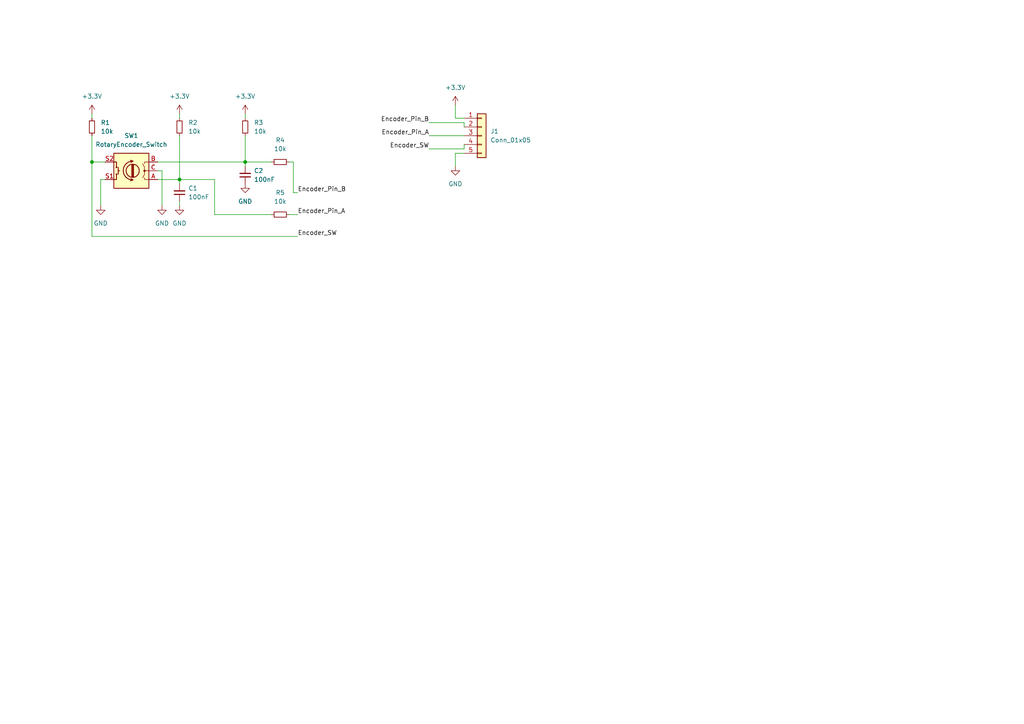
<source format=kicad_sch>
(kicad_sch (version 20211123) (generator eeschema)
  (paper "A4")
  (title_block (title "Encoder PCB") (date "2022-12-11") (rev "1.0") (company "Degtyarev A.") (comment 2 "https://github.com/wb-adegtyarev/ad-modbus-encoder.git"))
  (lib_symbols
    (symbol "Connector_Generic:Conn_01x05" (pin_names (offset 1.016) hide)
      (property "Reference" "J" (at 0 7.62 0))
      (property "Value" "Conn_01x05" (at 0 -7.62 0))
      (symbol "Conn_01x05_1_1"
        (rectangle (start -1.27 -4.953) (end 0 -5.207) (stroke (width 0.1524)))
        (rectangle (start -1.27 -2.413) (end 0 -2.667) (stroke (width 0.1524)))
        (rectangle (start -1.27 0.127) (end 0 -0.127) (stroke (width 0.1524)))
        (rectangle (start -1.27 2.667) (end 0 2.413) (stroke (width 0.1524)))
        (rectangle (start -1.27 5.207) (end 0 4.953) (stroke (width 0.1524)))
        (rectangle (start -1.27 6.35) (end 1.27 -6.35) (stroke (width 0.254)) (fill (type background)))
        (pin passive line (at -5.08 5.08 0) (length 3.81) (name "Pin_1") (number "1"))
        (pin passive line (at -5.08 2.54 0) (length 3.81) (name "Pin_2") (number "2"))
        (pin passive line (at -5.08 0 0) (length 3.81) (name "Pin_3") (number "3"))
        (pin passive line (at -5.08 -2.54 0) (length 3.81) (name "Pin_4") (number "4"))
        (pin passive line (at -5.08 -5.08 0) (length 3.81) (name "Pin_5") (number "5"))
      )
    )
    (symbol "Device:C_Small" (pin_numbers hide) (pin_names (offset 0.254) hide)
      (property "Reference" "C" (at 0.254 1.778 0))
      (property "Value" "C_Small" (at 0.254 -2.032 0))
      (symbol "C_Small_0_1"
        (polyline (pts (xy -1.524 -0.508) (xy 1.524 -0.508)) (stroke (width 0.3302)))
        (polyline (pts (xy -1.524 0.508) (xy 1.524 0.508)) (stroke (width 0.3048)))
      )
      (symbol "C_Small_1_1"
        (pin passive line (at 0 2.54 270) (length 2.032) (name "~") (number "1"))
        (pin passive line (at 0 -2.54 90) (length 2.032) (name "~") (number "2"))
      )
    )
    (symbol "Device:R_Small" (pin_numbers hide) (pin_names (offset 0.254) hide)
      (property "Reference" "R" (at 0.762 0.508 0))
      (property "Value" "R_Small" (at 0.762 -1.016 0))
      (symbol "R_Small_0_1"
        (rectangle (start -0.762 1.778) (end 0.762 -1.778) (stroke (width 0.2032)))
      )
      (symbol "R_Small_1_1"
        (pin passive line (at 0 2.54 270) (length 0.762) (name "~") (number "1"))
        (pin passive line (at 0 -2.54 90) (length 0.762) (name "~") (number "2"))
      )
    )
    (symbol "Device:RotaryEncoder_Switch" (pin_names (offset 0.254) hide)
      (property "Reference" "SW" (at 0 6.604 0))
      (property "Value" "RotaryEncoder_Switch" (at 0 -6.604 0))
      (symbol "RotaryEncoder_Switch_0_1"
        (rectangle (start -5.08 5.08) (end 5.08 -5.08) (stroke (width 0.254)) (fill (type background)))
        (circle (center -3.81 0) (radius 0.254) (fill (type outline)))
        (arc (start -0.381 -2.794) (mid 2.3622 -0.0508) (end -0.381 2.667) (stroke (width 0.254)))
        (circle (center -0.381 0) (radius 1.905) (stroke (width 0.254)))
        (polyline (pts (xy -0.635 -1.778) (xy -0.635 1.778)) (stroke (width 0.254)))
        (polyline (pts (xy -0.381 -1.778) (xy -0.381 1.778)) (stroke (width 0.254)))
        (polyline (pts (xy -0.127 1.778) (xy -0.127 -1.778)) (stroke (width 0.254)))
        (polyline (pts (xy 3.81 0) (xy 3.429 0)) (stroke (width 0.254)))
        (polyline (pts (xy 3.81 1.016) (xy 3.81 -1.016)) (stroke (width 0.254)))
        (polyline (pts (xy -5.08 -2.54) (xy -3.81 -2.54) (xy -3.81 -2.032)))
        (polyline (pts (xy -5.08 2.54) (xy -3.81 2.54) (xy -3.81 2.032)))
        (polyline (pts (xy 0.254 -3.048) (xy -0.508 -2.794) (xy 0.127 -2.413)) (stroke (width 0.254)))
        (polyline (pts (xy 0.254 2.921) (xy -0.508 2.667) (xy 0.127 2.286)) (stroke (width 0.254)))
        (polyline (pts (xy 5.08 -2.54) (xy 4.318 -2.54) (xy 4.318 -1.016)) (stroke (width 0.254)))
        (polyline (pts (xy 5.08 2.54) (xy 4.318 2.54) (xy 4.318 1.016)) (stroke (width 0.254)))
        (polyline (pts (xy -5.08 0) (xy -3.81 0) (xy -3.81 -1.016) (xy -3.302 -2.032)))
        (polyline (pts (xy -4.318 0) (xy -3.81 0) (xy -3.81 1.016) (xy -3.302 2.032)))
        (circle (center 4.318 -1.016) (radius 0.127) (stroke (width 0.254)))
        (circle (center 4.318 1.016) (radius 0.127) (stroke (width 0.254)))
      )
      (symbol "RotaryEncoder_Switch_1_1"
        (pin passive line (at -7.62 2.54 0) (length 2.54) (name "A") (number "A"))
        (pin passive line (at -7.62 -2.54 0) (length 2.54) (name "B") (number "B"))
        (pin passive line (at -7.62 0 0) (length 2.54) (name "C") (number "C"))
        (pin passive line (at 7.62 2.54 180) (length 2.54) (name "S1") (number "S1"))
        (pin passive line (at 7.62 -2.54 180) (length 2.54) (name "S2") (number "S2"))
      )
    )
    (symbol "power:+3.3V" (power) (pin_names (offset 0))
      (property "Value" "+3.3V" (at 0 3.556 0))
      (symbol "+3.3V_0_1"
        (polyline (pts (xy -0.762 1.27) (xy 0 2.54)))
        (polyline (pts (xy 0 0) (xy 0 2.54)))
        (polyline (pts (xy 0 2.54) (xy 0.762 1.27)))
      )
      (symbol "+3.3V_1_1"
        (pin power_in line (at 0 0 90) (length 0) hide (name "+3.3V") (number "1"))
      )
    )
    (symbol "power:GND" (power) (pin_names (offset 0))
      (property "Value" "GND" (at 0 -3.81 0))
      (symbol "GND_0_1"
        (polyline (pts (xy 0 0) (xy 0 -1.27) (xy 1.27 -1.27) (xy 0 -2.54) (xy -1.27 -1.27) (xy 0 -1.27)))
      )
      (symbol "GND_1_1"
        (pin power_in line (at 0 0 270) (length 0) hide (name "GND") (number "1"))
      )
    )
  )
  (junction (at 71.12 46.99))
  (junction (at 52.07 52.07))
  (junction (at 26.67 46.99))
  (wire (pts (xy 132.08 34.29) (xy 134.62 34.29)))
  (wire (pts (xy 62.23 52.07) (xy 62.23 62.23)))
  (wire (pts (xy 52.07 52.07) (xy 52.07 53.34)))
  (wire (pts (xy 26.67 46.99) (xy 26.67 68.58)))
  (wire (pts (xy 134.62 44.45) (xy 132.08 44.45)))
  (wire (pts (xy 132.08 30.48) (xy 132.08 34.29)))
  (wire (pts (xy 29.21 59.69) (xy 29.21 52.07)))
  (wire (pts (xy 26.67 68.58) (xy 86.36 68.58)))
  (wire (pts (xy 52.07 39.37) (xy 52.07 52.07)))
  (wire (pts (xy 52.07 52.07) (xy 62.23 52.07)))
  (wire (pts (xy 52.07 33.02) (xy 52.07 34.29)))
  (wire (pts (xy 134.62 41.91) (xy 134.62 43.18)))
  (wire (pts (xy 71.12 46.99) (xy 71.12 48.26)))
  (wire (pts (xy 52.07 58.42) (xy 52.07 59.69)))
  (wire (pts (xy 134.62 35.56) (xy 134.62 36.83)))
  (wire (pts (xy 45.72 52.07) (xy 52.07 52.07)))
  (wire (pts (xy 85.09 55.88) (xy 86.36 55.88)))
  (wire (pts (xy 85.09 46.99) (xy 85.09 55.88)))
  (wire (pts (xy 29.21 52.07) (xy 30.48 52.07)))
  (wire (pts (xy 124.46 39.37) (xy 134.62 39.37)))
  (wire (pts (xy 46.99 59.69) (xy 46.99 49.53)))
  (wire (pts (xy 71.12 46.99) (xy 78.74 46.99)))
  (wire (pts (xy 71.12 33.02) (xy 71.12 34.29)))
  (wire (pts (xy 124.46 35.56) (xy 134.62 35.56)))
  (wire (pts (xy 26.67 33.02) (xy 26.67 34.29)))
  (wire (pts (xy 30.48 46.99) (xy 26.67 46.99)))
  (wire (pts (xy 124.46 43.18) (xy 134.62 43.18)))
  (wire (pts (xy 71.12 39.37) (xy 71.12 46.99)))
  (wire (pts (xy 62.23 62.23) (xy 78.74 62.23)))
  (wire (pts (xy 83.82 46.99) (xy 85.09 46.99)))
  (wire (pts (xy 26.67 39.37) (xy 26.67 46.99)))
  (wire (pts (xy 45.72 46.99) (xy 71.12 46.99)))
  (wire (pts (xy 83.82 62.23) (xy 86.36 62.23)))
  (wire (pts (xy 45.72 49.53) (xy 46.99 49.53)))
  (wire (pts (xy 132.08 44.45) (xy 132.08 48.26)))
  (label "Encoder_Pin_B" (at 86.36 55.88 0))
  (label "Encoder_Pin_A" (at 86.36 62.23 0))
  (label "Encoder_SW" (at 124.46 43.18 180))
  (label "Encoder_Pin_A" (at 124.46 39.37 180))
  (label "Encoder_Pin_B" (at 124.46 35.56 180))
  (label "Encoder_SW" (at 86.36 68.58 0))
  (symbol (lib_id "Device:C_Small") (at 52.07 55.88 180) (unit 1)
    (property "Reference" "C1" (at 54.61 54.6035 0) (effects (justify right)))
    (property "Value" "100nF" (at 54.61 57.1435 0) (effects (justify right)))
    (property "Footprint" "Capacitor_SMD:C_0805_2012Metric" (effects hide))
  )
  (symbol (lib_id "power:+3.3V") (at 71.12 33.02 0) (unit 1)
    (property "Reference" "#PWR06" (effects hide))
    (property "Value" "+3.3V" (at 71.12 27.94 0))
  )
  (symbol (lib_id "power:GND") (at 132.08 48.26 0) (unit 1)
    (property "Reference" "#PWR09" (effects hide))
    (property "Value" "GND" (at 132.08 53.34 0))
  )
  (symbol (lib_id "Device:RotaryEncoder_Switch") (at 38.1 49.53 180) (unit 1)
    (property "Reference" "SW1" (at 38.1 39.37 0))
    (property "Value" "RotaryEncoder_Switch" (at 38.1 41.91 0))
    (property "Footprint" "Rotary_Encoder:RotaryEncoder_Alps_EC11E-Switch_Vertical_H20mm_CircularMountingHoles" (effects hide))
  )
  (symbol (lib_id "power:+3.3V") (at 26.67 33.02 0) (unit 1)
    (property "Reference" "#PWR01" (effects hide))
    (property "Value" "+3.3V" (at 26.67 27.94 0))
  )
  (symbol (lib_id "power:GND") (at 46.99 59.69 0) (unit 1)
    (property "Reference" "#PWR03" (effects hide))
    (property "Value" "GND" (at 46.99 64.77 0))
  )
  (symbol (lib_id "power:+3.3V") (at 52.07 33.02 0) (unit 1)
    (property "Reference" "#PWR04" (effects hide))
    (property "Value" "+3.3V" (at 52.07 27.94 0))
  )
  (symbol (lib_id "Device:R_Small") (at 26.67 36.83 0) (unit 1)
    (property "Reference" "R1" (at 29.21 35.5599 0) (effects (justify left)))
    (property "Value" "10k" (at 29.21 38.0999 0) (effects (justify left)))
    (property "Footprint" "Resistor_SMD:R_0805_2012Metric" (effects hide))
  )
  (symbol (lib_id "power:GND") (at 52.07 59.69 0) (unit 1)
    (property "Reference" "#PWR05" (effects hide))
    (property "Value" "GND" (at 52.07 64.77 0))
  )
  (symbol (lib_id "Device:R_Small") (at 81.28 62.23 90) (unit 1)
    (property "Reference" "R5" (at 81.28 55.88 90))
    (property "Value" "10k" (at 81.28 58.42 90))
    (property "Footprint" "Resistor_SMD:R_0805_2012Metric" (effects hide))
  )
  (symbol (lib_id "Device:C_Small") (at 71.12 50.8 180) (unit 1)
    (property "Reference" "C2" (at 73.66 49.5235 0) (effects (justify right)))
    (property "Value" "100nF" (at 73.66 52.0635 0) (effects (justify right)))
    (property "Footprint" "Capacitor_SMD:C_0805_2012Metric" (effects hide))
  )
  (symbol (lib_id "power:GND") (at 29.21 59.69 0) (unit 1)
    (property "Reference" "#PWR02" (effects hide))
    (property "Value" "GND" (at 29.21 64.77 0))
  )
  (symbol (lib_id "Connector_Generic:Conn_01x05") (at 139.7 39.37 0) (unit 1)
    (property "Reference" "J1" (at 142.24 38.0999 0) (effects (justify left)))
    (property "Value" "Conn_01x05" (at 142.24 40.6399 0) (effects (justify left)))
    (property "Footprint" "Connector_Wire:SolderWire-0.1sqmm_1x05_P3.6mm_D0.4mm_OD1mm" (effects hide))
  )
  (symbol (lib_id "Device:R_Small") (at 71.12 36.83 0) (unit 1)
    (property "Reference" "R3" (at 73.66 35.5599 0) (effects (justify left)))
    (property "Value" "10k" (at 73.66 38.0999 0) (effects (justify left)))
    (property "Footprint" "Resistor_SMD:R_0805_2012Metric" (effects hide))
  )
  (symbol (lib_id "power:GND") (at 71.12 53.34 0) (unit 1)
    (property "Reference" "#PWR07" (effects hide))
    (property "Value" "GND" (at 71.12 58.42 0))
  )
  (symbol (lib_id "power:+3.3V") (at 132.08 30.48 0) (unit 1)
    (property "Reference" "#PWR08" (effects hide))
    (property "Value" "+3.3V" (at 132.08 25.4 0))
  )
  (symbol (lib_id "Device:R_Small") (at 81.28 46.99 90) (unit 1)
    (property "Reference" "R4" (at 81.28 40.64 90))
    (property "Value" "10k" (at 81.28 43.18 90))
    (property "Footprint" "Resistor_SMD:R_0805_2012Metric" (effects hide))
  )
  (symbol (lib_id "Device:R_Small") (at 52.07 36.83 0) (unit 1)
    (property "Reference" "R2" (at 54.61 35.5599 0) (effects (justify left)))
    (property "Value" "10k" (at 54.61 38.0999 0) (effects (justify left)))
    (property "Footprint" "Resistor_SMD:R_0805_2012Metric" (effects hide))
  )
)
</source>
